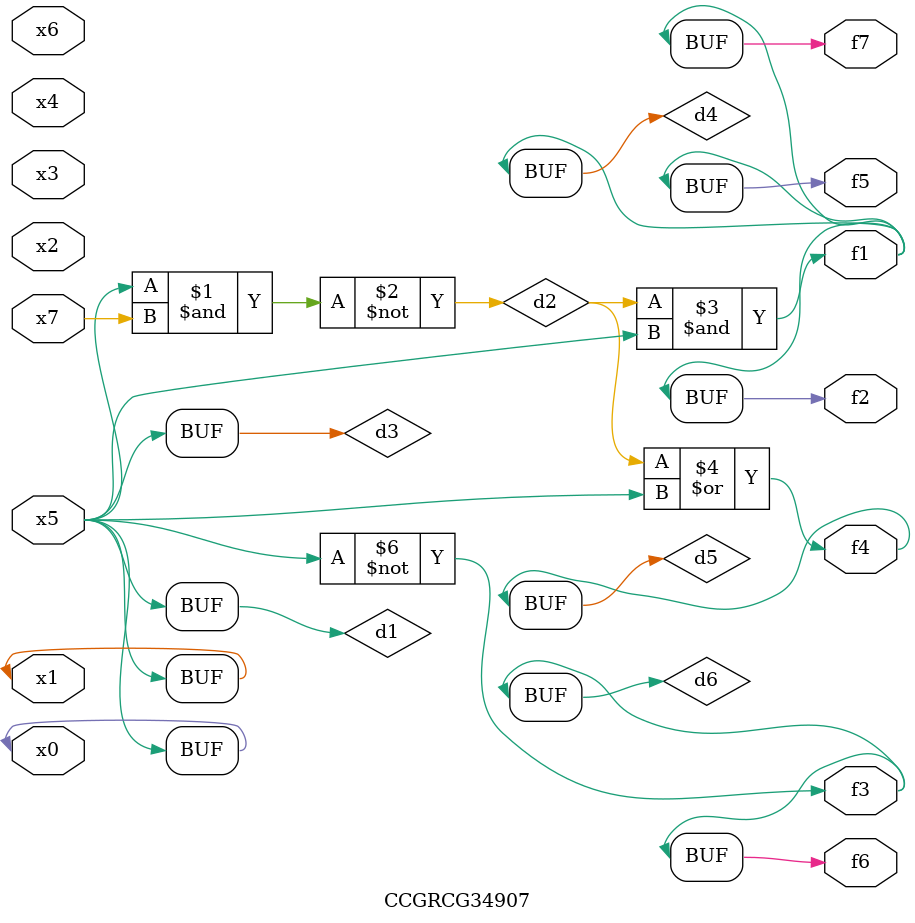
<source format=v>
module CCGRCG34907(
	input x0, x1, x2, x3, x4, x5, x6, x7,
	output f1, f2, f3, f4, f5, f6, f7
);

	wire d1, d2, d3, d4, d5, d6;

	buf (d1, x0, x5);
	nand (d2, x5, x7);
	buf (d3, x0, x1);
	and (d4, d2, d3);
	or (d5, d2, d3);
	nor (d6, d1, d3);
	assign f1 = d4;
	assign f2 = d4;
	assign f3 = d6;
	assign f4 = d5;
	assign f5 = d4;
	assign f6 = d6;
	assign f7 = d4;
endmodule

</source>
